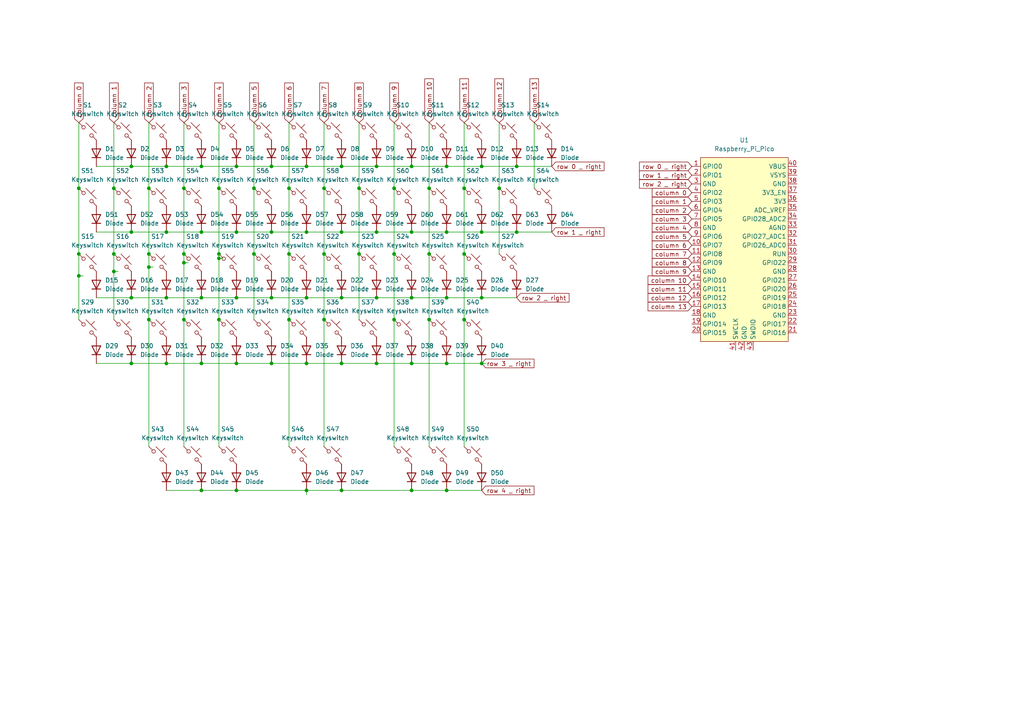
<source format=kicad_sch>
(kicad_sch (version 20231120) (generator "eeschema") (generator_version "8.0")
  (paper "A4")
  (lib_symbols
    (symbol "ScottoKeebs:MCU_Raspberry_Pi_Pico"
      (property "Reference" "U" (at 0 0 0))
      (property "Value" "Raspberry_Pi_Pico" (at 0 27.94 0))
      (symbol "MCU_Raspberry_Pi_Pico_1_1"
        (pin bidirectional line (at -15.24 24.13 0) (length 2.54) (name "GPIO0") (number "1"))
        (pin bidirectional line (at -15.24 1.27 0) (length 2.54) (name "GPIO7") (number "10"))
        (pin bidirectional line (at -15.24 -1.27 0) (length 2.54) (name "GPIO8") (number "11"))
        (pin bidirectional line (at -15.24 -3.81 0) (length 2.54) (name "GPIO9") (number "12"))
        (pin power_in line (at -15.24 -6.35 0) (length 2.54) (name "GND") (number "13"))
        (pin bidirectional line (at -15.24 -8.89 0) (length 2.54) (name "GPIO10") (number "14"))
        (pin bidirectional line (at -15.24 -11.43 0) (length 2.54) (name "GPIO11") (number "15"))
        (pin bidirectional line (at -15.24 -13.97 0) (length 2.54) (name "GPIO12") (number "16"))
        (pin bidirectional line (at -15.24 -16.51 0) (length 2.54) (name "GPIO13") (number "17"))
        (pin power_in line (at -15.24 -19.05 0) (length 2.54) (name "GND") (number "18"))
        (pin bidirectional line (at -15.24 -21.59 0) (length 2.54) (name "GPIO14") (number "19"))
        (pin bidirectional line (at -15.24 21.59 0) (length 2.54) (name "GPIO1") (number "2"))
        (pin bidirectional line (at -15.24 -24.13 0) (length 2.54) (name "GPIO15") (number "20"))
        (pin bidirectional line (at 15.24 -24.13 180) (length 2.54) (name "GPIO16") (number "21"))
        (pin bidirectional line (at 15.24 -21.59 180) (length 2.54) (name "GPIO17") (number "22"))
        (pin power_in line (at 15.24 -19.05 180) (length 2.54) (name "GND") (number "23"))
        (pin bidirectional line (at 15.24 -16.51 180) (length 2.54) (name "GPIO18") (number "24"))
        (pin bidirectional line (at 15.24 -13.97 180) (length 2.54) (name "GPIO19") (number "25"))
        (pin bidirectional line (at 15.24 -11.43 180) (length 2.54) (name "GPIO20") (number "26"))
        (pin bidirectional line (at 15.24 -8.89 180) (length 2.54) (name "GPIO21") (number "27"))
        (pin power_in line (at 15.24 -6.35 180) (length 2.54) (name "GND") (number "28"))
        (pin bidirectional line (at 15.24 -3.81 180) (length 2.54) (name "GPIO22") (number "29"))
        (pin power_in line (at -15.24 19.05 0) (length 2.54) (name "GND") (number "3"))
        (pin input line (at 15.24 -1.27 180) (length 2.54) (name "RUN") (number "30"))
        (pin bidirectional line (at 15.24 1.27 180) (length 2.54) (name "GPIO26_ADC0") (number "31"))
        (pin bidirectional line (at 15.24 3.81 180) (length 2.54) (name "GPIO27_ADC1") (number "32"))
        (pin power_in line (at 15.24 6.35 180) (length 2.54) (name "AGND") (number "33"))
        (pin bidirectional line (at 15.24 8.89 180) (length 2.54) (name "GPIO28_ADC2") (number "34"))
        (pin power_in line (at 15.24 11.43 180) (length 2.54) (name "ADC_VREF") (number "35"))
        (pin power_in line (at 15.24 13.97 180) (length 2.54) (name "3V3") (number "36"))
        (pin input line (at 15.24 16.51 180) (length 2.54) (name "3V3_EN") (number "37"))
        (pin bidirectional line (at 15.24 19.05 180) (length 2.54) (name "GND") (number "38"))
        (pin power_in line (at 15.24 21.59 180) (length 2.54) (name "VSYS") (number "39"))
        (pin bidirectional line (at -15.24 16.51 0) (length 2.54) (name "GPIO2") (number "4"))
        (pin power_in line (at 15.24 24.13 180) (length 2.54) (name "VBUS") (number "40"))
        (pin input line (at -2.54 -29.21 90) (length 2.54) (name "SWCLK") (number "41"))
        (pin power_in line (at 0 -29.21 90) (length 2.54) (name "GND") (number "42"))
        (pin bidirectional line (at 2.54 -29.21 90) (length 2.54) (name "SWDIO") (number "43"))
        (pin bidirectional line (at -15.24 13.97 0) (length 2.54) (name "GPIO3") (number "5"))
        (pin bidirectional line (at -15.24 11.43 0) (length 2.54) (name "GPIO4") (number "6"))
        (pin bidirectional line (at -15.24 8.89 0) (length 2.54) (name "GPIO5") (number "7"))
        (pin power_in line (at -15.24 6.35 0) (length 2.54) (name "GND") (number "8"))
        (pin bidirectional line (at -15.24 3.81 0) (length 2.54) (name "GPIO6") (number "9"))
      )
    )
    (symbol "ScottoKeebs:Placeholder_Diode" (pin_numbers hide) (pin_names hide)
      (property "Reference" "D" (at 0 2.54 0))
      (property "Value" "Diode" (at 0 -2.54 0))
      (symbol "Placeholder_Diode_1_1"
        (pin passive line (at -3.81 0 0) (length 2.54) (name "K") (number "1"))
        (pin passive line (at 3.81 0 180) (length 2.54) (name "A") (number "2"))
      )
    )
    (symbol "ScottoKeebs:Placeholder_Keyswitch" (pin_numbers hide) (pin_names (offset 1.016) hide)
      (property "Reference" "S" (at 3.048 1.016 0))
      (property "Value" "Keyswitch" (at 0 -3.81 0))
      (symbol "Placeholder_Keyswitch_0_1"
        (pin passive line (at -2.54 2.54 0) (length 0) (name "1") (number "1"))
        (pin passive line (at 2.54 -2.54 180) (length 0) (name "2") (number "2"))
      )
    )
  )
  (junction (at 38.1 105.41))
  (junction (at 139.7 67.31))
  (junction (at 88.9 142.24))
  (junction (at 88.9 48.26))
  (junction (at 78.74 48.26))
  (junction (at 58.42 105.41))
  (junction (at 114.3 92.71))
  (junction (at 119.38 105.41))
  (junction (at 93.98 92.71))
  (junction (at 129.54 105.41))
  (junction (at 83.82 92.71))
  (junction (at 119.38 142.24))
  (junction (at 33.02 73.66))
  (junction (at 68.58 86.36))
  (junction (at 129.54 48.26))
  (junction (at 99.06 142.24))
  (junction (at 114.3 73.66))
  (junction (at 134.62 54.61))
  (junction (at 43.18 77.47))
  (junction (at 83.82 73.66))
  (junction (at 78.74 105.41))
  (junction (at 104.14 73.66))
  (junction (at 124.46 92.71))
  (junction (at 119.38 86.36))
  (junction (at 22.86 73.66))
  (junction (at 68.58 67.31))
  (junction (at 129.54 142.24))
  (junction (at 134.62 73.66))
  (junction (at 68.58 48.26))
  (junction (at 48.26 48.26))
  (junction (at 43.18 92.71))
  (junction (at 43.18 73.66))
  (junction (at 99.06 86.36))
  (junction (at 53.34 92.71))
  (junction (at 83.82 54.61))
  (junction (at 58.42 67.31))
  (junction (at 68.58 105.41))
  (junction (at 88.9 67.31))
  (junction (at 109.22 86.36))
  (junction (at 104.14 54.61))
  (junction (at 48.26 86.36))
  (junction (at 48.26 105.41))
  (junction (at 124.46 73.66))
  (junction (at 33.02 54.61))
  (junction (at 38.1 67.31))
  (junction (at 22.86 54.61))
  (junction (at 53.34 76.2))
  (junction (at 119.38 48.26))
  (junction (at 63.5 92.71))
  (junction (at 139.7 86.36))
  (junction (at 38.1 48.26))
  (junction (at 99.06 67.31))
  (junction (at 149.86 48.26))
  (junction (at 129.54 86.36))
  (junction (at 99.06 48.26))
  (junction (at 109.22 105.41))
  (junction (at 88.9 105.41))
  (junction (at 43.18 54.61))
  (junction (at 53.34 54.61))
  (junction (at 114.3 54.61))
  (junction (at 63.5 54.61))
  (junction (at 144.78 54.61))
  (junction (at 119.38 67.31))
  (junction (at 88.9 86.36))
  (junction (at 53.34 73.66))
  (junction (at 48.26 67.31))
  (junction (at 109.22 67.31))
  (junction (at 139.7 48.26))
  (junction (at 73.66 54.61))
  (junction (at 33.02 78.74))
  (junction (at 58.42 48.26))
  (junction (at 93.98 73.66))
  (junction (at 38.1 86.36))
  (junction (at 109.22 48.26))
  (junction (at 78.74 86.36))
  (junction (at 63.5 74.93))
  (junction (at 68.58 142.24))
  (junction (at 149.86 67.31))
  (junction (at 22.86 80.01))
  (junction (at 58.42 142.24))
  (junction (at 63.5 73.66))
  (junction (at 73.66 73.66))
  (junction (at 134.62 92.71))
  (junction (at 99.06 105.41))
  (junction (at 139.7 105.41))
  (junction (at 93.98 54.61))
  (junction (at 129.54 67.31))
  (junction (at 78.74 67.31))
  (junction (at 124.46 54.61))
  (junction (at 58.42 86.36))
  (wire (pts (xy 58.42 67.31) (xy 68.58 67.31)))
  (wire (pts (xy 139.7 105.41) (xy 140.97 105.41)))
  (wire (pts (xy 119.38 67.31) (xy 129.54 67.31)))
  (wire (pts (xy 48.26 86.36) (xy 58.42 86.36)))
  (wire (pts (xy 27.94 48.26) (xy 38.1 48.26)))
  (wire (pts (xy 88.9 86.36) (xy 99.06 86.36)))
  (wire (pts (xy 33.02 35.56) (xy 33.02 54.61)))
  (wire (pts (xy 48.26 105.41) (xy 58.42 105.41)))
  (wire (pts (xy 53.34 73.66) (xy 53.34 76.2)))
  (wire (pts (xy 22.86 73.66) (xy 22.86 54.61)))
  (wire (pts (xy 139.7 48.26) (xy 149.86 48.26)))
  (wire (pts (xy 68.58 86.36) (xy 78.74 86.36)))
  (wire (pts (xy 63.5 74.93) (xy 63.5 92.71)))
  (wire (pts (xy 78.74 105.41) (xy 88.9 105.41)))
  (wire (pts (xy 109.22 48.26) (xy 119.38 48.26)))
  (wire (pts (xy 78.74 67.31) (xy 88.9 67.31)))
  (wire (pts (xy 58.42 48.26) (xy 68.58 48.26)))
  (wire (pts (xy 124.46 73.66) (xy 124.46 92.71)))
  (wire (pts (xy 53.34 92.71) (xy 53.34 129.54)))
  (wire (pts (xy 114.3 92.71) (xy 114.3 129.54)))
  (wire (pts (xy 68.58 67.31) (xy 78.74 67.31)))
  (wire (pts (xy 83.82 35.56) (xy 83.82 54.61)))
  (wire (pts (xy 88.9 142.24) (xy 99.06 142.24)))
  (wire (pts (xy 58.42 142.24) (xy 68.58 142.24)))
  (wire (pts (xy 88.9 105.41) (xy 99.06 105.41)))
  (wire (pts (xy 63.5 74.93) (xy 63.5 73.66)))
  (wire (pts (xy 33.02 78.74) (xy 33.02 73.66)))
  (wire (pts (xy 149.86 48.26) (xy 160.02 48.26)))
  (wire (pts (xy 64.77 74.93) (xy 63.5 74.93)))
  (wire (pts (xy 124.46 35.56) (xy 124.46 54.61)))
  (wire (pts (xy 43.18 77.47) (xy 43.18 92.71)))
  (wire (pts (xy 129.54 67.31) (xy 139.7 67.31)))
  (wire (pts (xy 43.18 35.56) (xy 43.18 54.61)))
  (wire (pts (xy 129.54 105.41) (xy 139.7 105.41)))
  (wire (pts (xy 124.46 54.61) (xy 124.46 73.66)))
  (wire (pts (xy 22.86 35.56) (xy 22.86 54.61)))
  (wire (pts (xy 99.06 142.24) (xy 119.38 142.24)))
  (wire (pts (xy 119.38 48.26) (xy 129.54 48.26)))
  (wire (pts (xy 68.58 48.26) (xy 78.74 48.26)))
  (wire (pts (xy 58.42 86.36) (xy 68.58 86.36)))
  (wire (pts (xy 88.9 142.24) (xy 88.9 143.51)))
  (wire (pts (xy 129.54 48.26) (xy 139.7 48.26)))
  (wire (pts (xy 109.22 86.36) (xy 119.38 86.36)))
  (wire (pts (xy 104.14 54.61) (xy 104.14 73.66)))
  (wire (pts (xy 48.26 67.31) (xy 58.42 67.31)))
  (wire (pts (xy 124.46 92.71) (xy 124.46 129.54)))
  (wire (pts (xy 144.78 54.61) (xy 144.78 73.66)))
  (wire (pts (xy 139.7 86.36) (xy 149.86 86.36)))
  (wire (pts (xy 63.5 73.66) (xy 63.5 54.61)))
  (wire (pts (xy 129.54 86.36) (xy 139.7 86.36)))
  (wire (pts (xy 83.82 54.61) (xy 83.82 73.66)))
  (wire (pts (xy 63.5 92.71) (xy 63.5 129.54)))
  (wire (pts (xy 119.38 142.24) (xy 129.54 142.24)))
  (wire (pts (xy 68.58 142.24) (xy 88.9 142.24)))
  (wire (pts (xy 24.13 80.01) (xy 22.86 80.01)))
  (wire (pts (xy 58.42 105.41) (xy 68.58 105.41)))
  (wire (pts (xy 99.06 105.41) (xy 109.22 105.41)))
  (wire (pts (xy 83.82 73.66) (xy 83.82 92.71)))
  (wire (pts (xy 114.3 73.66) (xy 114.3 92.71)))
  (wire (pts (xy 73.66 73.66) (xy 73.66 54.61)))
  (wire (pts (xy 63.5 35.56) (xy 63.5 54.61)))
  (wire (pts (xy 38.1 48.26) (xy 48.26 48.26)))
  (wire (pts (xy 53.34 35.56) (xy 53.34 54.61)))
  (wire (pts (xy 114.3 54.61) (xy 114.3 73.66)))
  (wire (pts (xy 99.06 48.26) (xy 109.22 48.26)))
  (wire (pts (xy 99.06 86.36) (xy 109.22 86.36)))
  (wire (pts (xy 134.62 73.66) (xy 134.62 92.71)))
  (wire (pts (xy 119.38 105.41) (xy 129.54 105.41)))
  (wire (pts (xy 144.78 35.56) (xy 144.78 54.61)))
  (wire (pts (xy 93.98 35.56) (xy 93.98 54.61)))
  (wire (pts (xy 99.06 67.31) (xy 109.22 67.31)))
  (wire (pts (xy 134.62 35.56) (xy 134.62 54.61)))
  (wire (pts (xy 109.22 67.31) (xy 119.38 67.31)))
  (wire (pts (xy 54.61 76.2) (xy 53.34 76.2)))
  (wire (pts (xy 119.38 86.36) (xy 129.54 86.36)))
  (wire (pts (xy 38.1 67.31) (xy 48.26 67.31)))
  (wire (pts (xy 154.94 35.56) (xy 154.94 54.61)))
  (wire (pts (xy 73.66 35.56) (xy 73.66 54.61)))
  (wire (pts (xy 78.74 86.36) (xy 88.9 86.36)))
  (wire (pts (xy 134.62 54.61) (xy 134.62 73.66)))
  (wire (pts (xy 139.7 67.31) (xy 149.86 67.31)))
  (wire (pts (xy 27.94 105.41) (xy 38.1 105.41)))
  (wire (pts (xy 53.34 73.66) (xy 53.34 54.61)))
  (wire (pts (xy 93.98 54.61) (xy 93.98 73.66)))
  (wire (pts (xy 38.1 105.41) (xy 48.26 105.41)))
  (wire (pts (xy 33.02 73.66) (xy 33.02 54.61)))
  (wire (pts (xy 129.54 142.24) (xy 139.7 142.24)))
  (wire (pts (xy 22.86 80.01) (xy 22.86 73.66)))
  (wire (pts (xy 93.98 92.71) (xy 93.98 129.54)))
  (wire (pts (xy 68.58 105.41) (xy 78.74 105.41)))
  (wire (pts (xy 109.22 105.41) (xy 119.38 105.41)))
  (wire (pts (xy 83.82 92.71) (xy 83.82 129.54)))
  (wire (pts (xy 33.02 78.74) (xy 33.02 92.71)))
  (wire (pts (xy 48.26 48.26) (xy 58.42 48.26)))
  (wire (pts (xy 33.02 78.74) (xy 34.29 78.74)))
  (wire (pts (xy 114.3 35.56) (xy 114.3 54.61)))
  (wire (pts (xy 22.86 80.01) (xy 22.86 92.71)))
  (wire (pts (xy 104.14 73.66) (xy 104.14 92.71)))
  (wire (pts (xy 43.18 77.47) (xy 43.18 73.66)))
  (wire (pts (xy 149.86 67.31) (xy 160.02 67.31)))
  (wire (pts (xy 134.62 92.71) (xy 134.62 129.54)))
  (wire (pts (xy 88.9 48.26) (xy 99.06 48.26)))
  (wire (pts (xy 78.74 48.26) (xy 88.9 48.26)))
  (wire (pts (xy 43.18 92.71) (xy 43.18 129.54)))
  (wire (pts (xy 104.14 35.56) (xy 104.14 54.61)))
  (wire (pts (xy 53.34 76.2) (xy 53.34 92.71)))
  (wire (pts (xy 73.66 73.66) (xy 73.66 92.71)))
  (wire (pts (xy 27.94 67.31) (xy 38.1 67.31)))
  (wire (pts (xy 43.18 77.47) (xy 44.45 77.47)))
  (wire (pts (xy 27.94 86.36) (xy 38.1 86.36)))
  (wire (pts (xy 43.18 73.66) (xy 43.18 54.61)))
  (wire (pts (xy 48.26 142.24) (xy 58.42 142.24)))
  (wire (pts (xy 38.1 86.36) (xy 48.26 86.36)))
  (wire (pts (xy 93.98 73.66) (xy 93.98 92.71)))
  (wire (pts (xy 88.9 67.31) (xy 99.06 67.31)))
  (global_label "column 9" (shape input) (at 200.66 78.74 180) (property "Intersheetrefs" "${INTERSHEET_REFS}" (effects (hide yes))))
  (global_label "column 8" (shape input) (at 200.66 76.2 180) (property "Intersheetrefs" "${INTERSHEET_REFS}" (effects (hide yes))))
  (global_label "column 10" (shape input) (at 124.46 35.56 90) (property "Intersheetrefs" "${INTERSHEET_REFS}" (effects (hide yes))))
  (global_label "row 1 _ right" (shape input) (at 200.66 50.8 180) (property "Intersheetrefs" "${INTERSHEET_REFS}" (effects (hide yes))))
  (global_label "column 1" (shape input) (at 200.66 58.42 180) (property "Intersheetrefs" "${INTERSHEET_REFS}" (effects (hide yes))))
  (global_label "column 7" (shape input) (at 93.98 35.56 90) (property "Intersheetrefs" "${INTERSHEET_REFS}" (effects (hide yes))))
  (global_label "row 2 _ right" (shape input) (at 149.86 86.36 0) (property "Intersheetrefs" "${INTERSHEET_REFS}" (effects (hide yes))))
  (global_label "column 3" (shape input) (at 53.34 35.56 90) (property "Intersheetrefs" "${INTERSHEET_REFS}" (effects (hide yes))))
  (global_label "row 0 _ right" (shape input) (at 200.66 48.26 180) (property "Intersheetrefs" "${INTERSHEET_REFS}" (effects (hide yes))))
  (global_label "column 4" (shape input) (at 200.66 66.04 180) (property "Intersheetrefs" "${INTERSHEET_REFS}" (effects (hide yes))))
  (global_label "column 4" (shape input) (at 63.5 35.56 90) (property "Intersheetrefs" "${INTERSHEET_REFS}" (effects (hide yes))))
  (global_label "column 5" (shape input) (at 73.66 35.56 90) (property "Intersheetrefs" "${INTERSHEET_REFS}" (effects (hide yes))))
  (global_label "column 12" (shape input) (at 200.66 86.36 180) (property "Intersheetrefs" "${INTERSHEET_REFS}" (effects (hide yes))))
  (global_label "row 4 _ right" (shape input) (at 139.7 142.24 0) (property "Intersheetrefs" "${INTERSHEET_REFS}" (effects (hide yes))))
  (global_label "column 0" (shape input) (at 200.66 55.88 180) (property "Intersheetrefs" "${INTERSHEET_REFS}" (effects (hide yes))))
  (global_label "column 5" (shape input) (at 200.66 68.58 180) (property "Intersheetrefs" "${INTERSHEET_REFS}" (effects (hide yes))))
  (global_label "column 13" (shape input) (at 154.94 35.56 90) (property "Intersheetrefs" "${INTERSHEET_REFS}" (effects (hide yes))))
  (global_label "column 6" (shape input) (at 83.82 35.56 90) (property "Intersheetrefs" "${INTERSHEET_REFS}" (effects (hide yes))))
  (global_label "column 2" (shape input) (at 200.66 60.96 180) (property "Intersheetrefs" "${INTERSHEET_REFS}" (effects (hide yes))))
  (global_label "row 1 _ right" (shape input) (at 160.02 67.31 0) (property "Intersheetrefs" "${INTERSHEET_REFS}" (effects (hide yes))))
  (global_label "column 11" (shape input) (at 200.66 83.82 180) (property "Intersheetrefs" "${INTERSHEET_REFS}" (effects (hide yes))))
  (global_label "column 8" (shape input) (at 104.14 35.56 90) (property "Intersheetrefs" "${INTERSHEET_REFS}" (effects (hide yes))))
  (global_label "column 6" (shape input) (at 200.66 71.12 180) (property "Intersheetrefs" "${INTERSHEET_REFS}" (effects (hide yes))))
  (global_label "column 2" (shape input) (at 43.18 35.56 90) (property "Intersheetrefs" "${INTERSHEET_REFS}" (effects (hide yes))))
  (global_label "row 2 _ right" (shape input) (at 200.66 53.34 180) (property "Intersheetrefs" "${INTERSHEET_REFS}" (effects (hide yes))))
  (global_label "column 9" (shape input) (at 114.3 35.56 90) (property "Intersheetrefs" "${INTERSHEET_REFS}" (effects (hide yes))))
  (global_label "column 3" (shape input) (at 200.66 63.5 180) (property "Intersheetrefs" "${INTERSHEET_REFS}" (effects (hide yes))))
  (global_label "column 12" (shape input) (at 144.78 35.56 90) (property "Intersheetrefs" "${INTERSHEET_REFS}" (effects (hide yes))))
  (global_label "column 7" (shape input) (at 200.66 73.66 180) (property "Intersheetrefs" "${INTERSHEET_REFS}" (effects (hide yes))))
  (global_label "column 1" (shape input) (at 33.02 35.56 90) (property "Intersheetrefs" "${INTERSHEET_REFS}" (effects (hide yes))))
  (global_label "row 0 _ right" (shape input) (at 160.02 48.26 0) (property "Intersheetrefs" "${INTERSHEET_REFS}" (effects (hide yes))))
  (global_label "column 0" (shape input) (at 22.86 35.56 90) (property "Intersheetrefs" "${INTERSHEET_REFS}" (effects (hide yes))))
  (global_label "column 10" (shape input) (at 200.66 81.28 180) (property "Intersheetrefs" "${INTERSHEET_REFS}" (effects (hide yes))))
  (global_label "row 3 _ right" (shape input) (at 139.7 105.41 0) (property "Intersheetrefs" "${INTERSHEET_REFS}" (effects (hide yes))))
  (global_label "column 11" (shape input) (at 134.62 35.56 90) (property "Intersheetrefs" "${INTERSHEET_REFS}" (effects (hide yes))))
  (global_label "column 13" (shape input) (at 200.66 88.9 180) (property "Intersheetrefs" "${INTERSHEET_REFS}" (effects (hide yes))))
  (symbol (lib_id "ScottoKeebs:Placeholder_Diode") (at 139.7 44.45 90) (unit 1)
    (property "Reference" "D12" (at 142.24 43.1799 90) (effects (justify right)))
    (property "Value" "Diode" (at 142.24 45.7199 90) (effects (justify right)))
    (property "Footprint" "ScottoKeebs_Components:Diode_DO-35" (effects (hide yes)))
    (property "Description" "1N4148 (DO-35) or 1N4148W (SOD-123)" (effects (hide yes)))
    (property "Sim.Device" "D" (effects (hide yes)))
    (property "Sim.Pins" "1=K 2=A" (effects (hide yes)))
  )
  (symbol (lib_id "ScottoKeebs:Placeholder_Diode") (at 68.58 44.45 90) (unit 1)
    (property "Reference" "D5" (at 71.12 43.1799 90) (effects (justify right)))
    (property "Value" "Diode" (at 71.12 45.7199 90) (effects (justify right)))
    (property "Footprint" "ScottoKeebs_Components:Diode_DO-35" (effects (hide yes)))
    (property "Description" "1N4148 (DO-35) or 1N4148W (SOD-123)" (effects (hide yes)))
    (property "Sim.Device" "D" (effects (hide yes)))
    (property "Sim.Pins" "1=K 2=A" (effects (hide yes)))
  )
  (symbol (lib_id "ScottoKeebs:Placeholder_Keyswitch") (at 45.72 95.25 0) (unit 1)
    (property "Reference" "S31" (at 45.72 87.63 0))
    (property "Value" "Keyswitch" (at 45.72 90.17 0))
    (property "Footprint" "ScottoKeebs_MX:MX_PCB_1.00u" (effects (hide yes)))
    (property "Description" "Push button switch, normally open, two pins, 45° tilted" (effects (hide yes)))
  )
  (symbol (lib_id "ScottoKeebs:Placeholder_Diode") (at 27.94 101.6 90) (unit 1)
    (property "Reference" "D29" (at 30.48 100.3299 90) (effects (justify right)))
    (property "Value" "Diode" (at 30.48 102.8699 90) (effects (justify right)))
    (property "Footprint" "ScottoKeebs_Components:Diode_DO-35" (effects (hide yes)))
    (property "Description" "1N4148 (DO-35) or 1N4148W (SOD-123)" (effects (hide yes)))
    (property "Sim.Device" "D" (effects (hide yes)))
    (property "Sim.Pins" "1=K 2=A" (effects (hide yes)))
  )
  (symbol (lib_id "ScottoKeebs:Placeholder_Keyswitch") (at 106.68 76.2 0) (unit 1)
    (property "Reference" "S23" (at 106.68 68.58 0))
    (property "Value" "Keyswitch" (at 106.68 71.12 0))
    (property "Footprint" "ScottoKeebs_MX:MX_PCB_1.00u" (effects (hide yes)))
    (property "Description" "Push button switch, normally open, two pins, 45° tilted" (effects (hide yes)))
  )
  (symbol (lib_id "ScottoKeebs:Placeholder_Diode") (at 149.86 82.55 90) (unit 1)
    (property "Reference" "D27" (at 152.4 81.2799 90) (effects (justify right)))
    (property "Value" "Diode" (at 152.4 83.8199 90) (effects (justify right)))
    (property "Footprint" "ScottoKeebs_Components:Diode_DO-35" (effects (hide yes)))
    (property "Description" "1N4148 (DO-35) or 1N4148W (SOD-123)" (effects (hide yes)))
    (property "Sim.Device" "D" (effects (hide yes)))
    (property "Sim.Pins" "1=K 2=A" (effects (hide yes)))
  )
  (symbol (lib_id "ScottoKeebs:Placeholder_Diode") (at 38.1 63.5 90) (unit 1)
    (property "Reference" "D52" (at 40.64 62.2299 90) (effects (justify right)))
    (property "Value" "Diode" (at 40.64 64.7699 90) (effects (justify right)))
    (property "Footprint" "ScottoKeebs_Components:Diode_DO-35" (effects (hide yes)))
    (property "Description" "1N4148 (DO-35) or 1N4148W (SOD-123)" (effects (hide yes)))
    (property "Sim.Device" "D" (effects (hide yes)))
    (property "Sim.Pins" "1=K 2=A" (effects (hide yes)))
  )
  (symbol (lib_id "ScottoKeebs:Placeholder_Keyswitch") (at 35.56 95.25 0) (unit 1)
    (property "Reference" "S30" (at 35.56 87.63 0))
    (property "Value" "Keyswitch" (at 35.56 90.17 0))
    (property "Footprint" "ScottoKeebs_MX:MX_PCB_1.00u" (effects (hide yes)))
    (property "Description" "Push button switch, normally open, two pins, 45° tilted" (effects (hide yes)))
  )
  (symbol (lib_id "ScottoKeebs:Placeholder_Diode") (at 139.7 63.5 90) (unit 1)
    (property "Reference" "D62" (at 142.24 62.2299 90) (effects (justify right)))
    (property "Value" "Diode" (at 142.24 64.7699 90) (effects (justify right)))
    (property "Footprint" "ScottoKeebs_Components:Diode_DO-35" (effects (hide yes)))
    (property "Description" "1N4148 (DO-35) or 1N4148W (SOD-123)" (effects (hide yes)))
    (property "Sim.Device" "D" (effects (hide yes)))
    (property "Sim.Pins" "1=K 2=A" (effects (hide yes)))
  )
  (symbol (lib_id "ScottoKeebs:Placeholder_Keyswitch") (at 127 57.15 0) (unit 1)
    (property "Reference" "S61" (at 127 49.53 0))
    (property "Value" "Keyswitch" (at 127 52.07 0))
    (property "Footprint" "ScottoKeebs_MX:MX_PCB_1.00u" (effects (hide yes)))
    (property "Description" "Push button switch, normally open, two pins, 45° tilted" (effects (hide yes)))
  )
  (symbol (lib_id "ScottoKeebs:Placeholder_Keyswitch") (at 76.2 38.1 0) (unit 1)
    (property "Reference" "S6" (at 76.2 30.48 0))
    (property "Value" "Keyswitch" (at 76.2 33.02 0))
    (property "Footprint" "ScottoKeebs_MX:MX_PCB_1.00u" (effects (hide yes)))
    (property "Description" "Push button switch, normally open, two pins, 45° tilted" (effects (hide yes)))
  )
  (symbol (lib_id "ScottoKeebs:Placeholder_Diode") (at 129.54 44.45 90) (unit 1)
    (property "Reference" "D11" (at 132.08 43.1799 90) (effects (justify right)))
    (property "Value" "Diode" (at 132.08 45.7199 90) (effects (justify right)))
    (property "Footprint" "ScottoKeebs_Components:Diode_DO-35" (effects (hide yes)))
    (property "Description" "1N4148 (DO-35) or 1N4148W (SOD-123)" (effects (hide yes)))
    (property "Sim.Device" "D" (effects (hide yes)))
    (property "Sim.Pins" "1=K 2=A" (effects (hide yes)))
  )
  (symbol (lib_id "ScottoKeebs:Placeholder_Keyswitch") (at 86.36 76.2 0) (unit 1)
    (property "Reference" "S21" (at 86.36 68.58 0))
    (property "Value" "Keyswitch" (at 86.36 71.12 0))
    (property "Footprint" "ScottoKeebs_MX:MX_PCB_1.00u" (effects (hide yes)))
    (property "Description" "Push button switch, normally open, two pins, 45° tilted" (effects (hide yes)))
  )
  (symbol (lib_id "ScottoKeebs:Placeholder_Diode") (at 160.02 44.45 90) (unit 1)
    (property "Reference" "D14" (at 162.56 43.1799 90) (effects (justify right)))
    (property "Value" "Diode" (at 162.56 45.7199 90) (effects (justify right)))
    (property "Footprint" "ScottoKeebs_Components:Diode_DO-35" (effects (hide yes)))
    (property "Description" "1N4148 (DO-35) or 1N4148W (SOD-123)" (effects (hide yes)))
    (property "Sim.Device" "D" (effects (hide yes)))
    (property "Sim.Pins" "1=K 2=A" (effects (hide yes)))
  )
  (symbol (lib_id "ScottoKeebs:Placeholder_Keyswitch") (at 66.04 132.08 0) (unit 1)
    (property "Reference" "S45" (at 66.04 124.46 0))
    (property "Value" "Keyswitch" (at 66.04 127 0))
    (property "Footprint" "ScottoKeebs_MX:MX_PCB_1.00u" (effects (hide yes)))
    (property "Description" "Push button switch, normally open, two pins, 45° tilted" (effects (hide yes)))
  )
  (symbol (lib_id "ScottoKeebs:Placeholder_Keyswitch") (at 157.48 57.15 0) (unit 1)
    (property "Reference" "S64" (at 157.48 49.53 0))
    (property "Value" "Keyswitch" (at 157.48 52.07 0))
    (property "Footprint" "ScottoKeebs_MX:MX_PCB_1.00u" (effects (hide yes)))
    (property "Description" "Push button switch, normally open, two pins, 45° tilted" (effects (hide yes)))
  )
  (symbol (lib_id "ScottoKeebs:Placeholder_Keyswitch") (at 55.88 38.1 0) (unit 1)
    (property "Reference" "S4" (at 55.88 30.48 0))
    (property "Value" "Keyswitch" (at 55.88 33.02 0))
    (property "Footprint" "ScottoKeebs_MX:MX_PCB_1.00u" (effects (hide yes)))
    (property "Description" "Push button switch, normally open, two pins, 45° tilted" (effects (hide yes)))
  )
  (symbol (lib_id "ScottoKeebs:Placeholder_Keyswitch") (at 86.36 38.1 0) (unit 1)
    (property "Reference" "S7" (at 86.36 30.48 0))
    (property "Value" "Keyswitch" (at 86.36 33.02 0))
    (property "Footprint" "ScottoKeebs_MX:MX_PCB_1.00u" (effects (hide yes)))
    (property "Description" "Push button switch, normally open, two pins, 45° tilted" (effects (hide yes)))
  )
  (symbol (lib_id "ScottoKeebs:Placeholder_Diode") (at 119.38 63.5 90) (unit 1)
    (property "Reference" "D60" (at 121.92 62.2299 90) (effects (justify right)))
    (property "Value" "Diode" (at 121.92 64.7699 90) (effects (justify right)))
    (property "Footprint" "ScottoKeebs_Components:Diode_DO-35" (effects (hide yes)))
    (property "Description" "1N4148 (DO-35) or 1N4148W (SOD-123)" (effects (hide yes)))
    (property "Sim.Device" "D" (effects (hide yes)))
    (property "Sim.Pins" "1=K 2=A" (effects (hide yes)))
  )
  (symbol (lib_id "ScottoKeebs:Placeholder_Diode") (at 38.1 82.55 90) (unit 1)
    (property "Reference" "D16" (at 40.64 81.2799 90) (effects (justify right)))
    (property "Value" "Diode" (at 40.64 83.8199 90) (effects (justify right)))
    (property "Footprint" "ScottoKeebs_Components:Diode_DO-35" (effects (hide yes)))
    (property "Description" "1N4148 (DO-35) or 1N4148W (SOD-123)" (effects (hide yes)))
    (property "Sim.Device" "D" (effects (hide yes)))
    (property "Sim.Pins" "1=K 2=A" (effects (hide yes)))
  )
  (symbol (lib_id "ScottoKeebs:Placeholder_Diode") (at 88.9 101.6 90) (unit 1)
    (property "Reference" "D35" (at 91.44 100.3299 90) (effects (justify right)))
    (property "Value" "Diode" (at 91.44 102.8699 90) (effects (justify right)))
    (property "Footprint" "ScottoKeebs_Components:Diode_DO-35" (effects (hide yes)))
    (property "Description" "1N4148 (DO-35) or 1N4148W (SOD-123)" (effects (hide yes)))
    (property "Sim.Device" "D" (effects (hide yes)))
    (property "Sim.Pins" "1=K 2=A" (effects (hide yes)))
  )
  (symbol (lib_id "ScottoKeebs:Placeholder_Diode") (at 68.58 63.5 90) (unit 1)
    (property "Reference" "D55" (at 71.12 62.2299 90) (effects (justify right)))
    (property "Value" "Diode" (at 71.12 64.7699 90) (effects (justify right)))
    (property "Footprint" "ScottoKeebs_Components:Diode_DO-35" (effects (hide yes)))
    (property "Description" "1N4148 (DO-35) or 1N4148W (SOD-123)" (effects (hide yes)))
    (property "Sim.Device" "D" (effects (hide yes)))
    (property "Sim.Pins" "1=K 2=A" (effects (hide yes)))
  )
  (symbol (lib_id "ScottoKeebs:Placeholder_Diode") (at 119.38 101.6 90) (unit 1)
    (property "Reference" "D38" (at 121.92 100.3299 90) (effects (justify right)))
    (property "Value" "Diode" (at 121.92 102.8699 90) (effects (justify right)))
    (property "Footprint" "ScottoKeebs_Components:Diode_DO-35" (effects (hide yes)))
    (property "Description" "1N4148 (DO-35) or 1N4148W (SOD-123)" (effects (hide yes)))
    (property "Sim.Device" "D" (effects (hide yes)))
    (property "Sim.Pins" "1=K 2=A" (effects (hide yes)))
  )
  (symbol (lib_id "ScottoKeebs:Placeholder_Keyswitch") (at 157.48 38.1 0) (unit 1)
    (property "Reference" "S14" (at 157.48 30.48 0))
    (property "Value" "Keyswitch" (at 157.48 33.02 0))
    (property "Footprint" "ScottoKeebs_MX:MX_PCB_1.00u" (effects (hide yes)))
    (property "Description" "Push button switch, normally open, two pins, 45° tilted" (effects (hide yes)))
  )
  (symbol (lib_id "ScottoKeebs:Placeholder_Diode") (at 48.26 63.5 90) (unit 1)
    (property "Reference" "D53" (at 50.8 62.2299 90) (effects (justify right)))
    (property "Value" "Diode" (at 50.8 64.7699 90) (effects (justify right)))
    (property "Footprint" "ScottoKeebs_Components:Diode_DO-35" (effects (hide yes)))
    (property "Description" "1N4148 (DO-35) or 1N4148W (SOD-123)" (effects (hide yes)))
    (property "Sim.Device" "D" (effects (hide yes)))
    (property "Sim.Pins" "1=K 2=A" (effects (hide yes)))
  )
  (symbol (lib_id "ScottoKeebs:Placeholder_Diode") (at 139.7 82.55 90) (unit 1)
    (property "Reference" "D26" (at 142.24 81.2799 90) (effects (justify right)))
    (property "Value" "Diode" (at 142.24 83.8199 90) (effects (justify right)))
    (property "Footprint" "ScottoKeebs_Components:Diode_DO-35" (effects (hide yes)))
    (property "Description" "1N4148 (DO-35) or 1N4148W (SOD-123)" (effects (hide yes)))
    (property "Sim.Device" "D" (effects (hide yes)))
    (property "Sim.Pins" "1=K 2=A" (effects (hide yes)))
  )
  (symbol (lib_id "ScottoKeebs:Placeholder_Diode") (at 58.42 82.55 90) (unit 1)
    (property "Reference" "D18" (at 60.96 81.2799 90) (effects (justify right)))
    (property "Value" "Diode" (at 60.96 83.8199 90) (effects (justify right)))
    (property "Footprint" "ScottoKeebs_Components:Diode_DO-35" (effects (hide yes)))
    (property "Description" "1N4148 (DO-35) or 1N4148W (SOD-123)" (effects (hide yes)))
    (property "Sim.Device" "D" (effects (hide yes)))
    (property "Sim.Pins" "1=K 2=A" (effects (hide yes)))
  )
  (symbol (lib_id "ScottoKeebs:Placeholder_Diode") (at 58.42 101.6 90) (unit 1)
    (property "Reference" "D32" (at 60.96 100.3299 90) (effects (justify right)))
    (property "Value" "Diode" (at 60.96 102.8699 90) (effects (justify right)))
    (property "Footprint" "ScottoKeebs_Components:Diode_DO-35" (effects (hide yes)))
    (property "Description" "1N4148 (DO-35) or 1N4148W (SOD-123)" (effects (hide yes)))
    (property "Sim.Device" "D" (effects (hide yes)))
    (property "Sim.Pins" "1=K 2=A" (effects (hide yes)))
  )
  (symbol (lib_id "ScottoKeebs:Placeholder_Diode") (at 78.74 44.45 90) (unit 1)
    (property "Reference" "D6" (at 81.28 43.1799 90) (effects (justify right)))
    (property "Value" "Diode" (at 81.28 45.7199 90) (effects (justify right)))
    (property "Footprint" "ScottoKeebs_Components:Diode_DO-35" (effects (hide yes)))
    (property "Description" "1N4148 (DO-35) or 1N4148W (SOD-123)" (effects (hide yes)))
    (property "Sim.Device" "D" (effects (hide yes)))
    (property "Sim.Pins" "1=K 2=A" (effects (hide yes)))
  )
  (symbol (lib_id "ScottoKeebs:Placeholder_Diode") (at 109.22 63.5 90) (unit 1)
    (property "Reference" "D59" (at 111.76 62.2299 90) (effects (justify right)))
    (property "Value" "Diode" (at 111.76 64.7699 90) (effects (justify right)))
    (property "Footprint" "ScottoKeebs_Components:Diode_DO-35" (effects (hide yes)))
    (property "Description" "1N4148 (DO-35) or 1N4148W (SOD-123)" (effects (hide yes)))
    (property "Sim.Device" "D" (effects (hide yes)))
    (property "Sim.Pins" "1=K 2=A" (effects (hide yes)))
  )
  (symbol (lib_id "ScottoKeebs:Placeholder_Diode") (at 58.42 44.45 90) (unit 1)
    (property "Reference" "D4" (at 60.96 43.1799 90) (effects (justify right)))
    (property "Value" "Diode" (at 60.96 45.7199 90) (effects (justify right)))
    (property "Footprint" "ScottoKeebs_Components:Diode_DO-35" (effects (hide yes)))
    (property "Description" "1N4148 (DO-35) or 1N4148W (SOD-123)" (effects (hide yes)))
    (property "Sim.Device" "D" (effects (hide yes)))
    (property "Sim.Pins" "1=K 2=A" (effects (hide yes)))
  )
  (symbol (lib_id "ScottoKeebs:Placeholder_Keyswitch") (at 76.2 95.25 0) (unit 1)
    (property "Reference" "S34" (at 76.2 87.63 0))
    (property "Value" "Keyswitch" (at 76.2 90.17 0))
    (property "Footprint" "ScottoKeebs_MX:MX_PCB_1.00u" (effects (hide yes)))
    (property "Description" "Push button switch, normally open, two pins, 45° tilted" (effects (hide yes)))
  )
  (symbol (lib_id "ScottoKeebs:Placeholder_Keyswitch") (at 106.68 38.1 0) (unit 1)
    (property "Reference" "S9" (at 106.68 30.48 0))
    (property "Value" "Keyswitch" (at 106.68 33.02 0))
    (property "Footprint" "ScottoKeebs_MX:MX_PCB_1.00u" (effects (hide yes)))
    (property "Description" "Push button switch, normally open, two pins, 45° tilted" (effects (hide yes)))
  )
  (symbol (lib_id "ScottoKeebs:MCU_Raspberry_Pi_Pico") (at 215.9 72.39 0) (unit 1)
    (property "Reference" "U1" (at 215.9 40.64 0))
    (property "Value" "Raspberry_Pi_Pico" (at 215.9 43.18 0))
    (property "Footprint" "ScottoKeebs_MCU:Raspberry_Pi_Pico" (effects (hide yes)))
  )
  (symbol (lib_id "ScottoKeebs:Placeholder_Diode") (at 149.86 44.45 90) (unit 1)
    (property "Reference" "D13" (at 152.4 43.1799 90) (effects (justify right)))
    (property "Value" "Diode" (at 152.4 45.7199 90) (effects (justify right)))
    (property "Footprint" "ScottoKeebs_Components:Diode_DO-35" (effects (hide yes)))
    (property "Description" "1N4148 (DO-35) or 1N4148W (SOD-123)" (effects (hide yes)))
    (property "Sim.Device" "D" (effects (hide yes)))
    (property "Sim.Pins" "1=K 2=A" (effects (hide yes)))
  )
  (symbol (lib_id "ScottoKeebs:Placeholder_Diode") (at 58.42 63.5 90) (unit 1)
    (property "Reference" "D54" (at 60.96 62.2299 90) (effects (justify right)))
    (property "Value" "Diode" (at 60.96 64.7699 90) (effects (justify right)))
    (property "Footprint" "ScottoKeebs_Components:Diode_DO-35" (effects (hide yes)))
    (property "Description" "1N4148 (DO-35) or 1N4148W (SOD-123)" (effects (hide yes)))
    (property "Sim.Device" "D" (effects (hide yes)))
    (property "Sim.Pins" "1=K 2=A" (effects (hide yes)))
  )
  (symbol (lib_id "ScottoKeebs:Placeholder_Diode") (at 139.7 101.6 90) (unit 1)
    (property "Reference" "D40" (at 142.24 100.3299 90) (effects (justify right)))
    (property "Value" "Diode" (at 142.24 102.8699 90) (effects (justify right)))
    (property "Footprint" "ScottoKeebs_Components:Diode_DO-35" (effects (hide yes)))
    (property "Description" "1N4148 (DO-35) or 1N4148W (SOD-123)" (effects (hide yes)))
    (property "Sim.Device" "D" (effects (hide yes)))
    (property "Sim.Pins" "1=K 2=A" (effects (hide yes)))
  )
  (symbol (lib_id "ScottoKeebs:Placeholder_Keyswitch") (at 66.04 76.2 0) (unit 1)
    (property "Reference" "S19" (at 66.04 68.58 0))
    (property "Value" "Keyswitch" (at 66.04 71.12 0))
    (property "Footprint" "ScottoKeebs_MX:MX_PCB_1.00u" (effects (hide yes)))
    (property "Description" "Push button switch, normally open, two pins, 45° tilted" (effects (hide yes)))
  )
  (symbol (lib_id "ScottoKeebs:Placeholder_Keyswitch") (at 96.52 76.2 0) (unit 1)
    (property "Reference" "S22" (at 96.52 68.58 0))
    (property "Value" "Keyswitch" (at 96.52 71.12 0))
    (property "Footprint" "ScottoKeebs_MX:MX_PCB_1.00u" (effects (hide yes)))
    (property "Description" "Push button switch, normally open, two pins, 45° tilted" (effects (hide yes)))
  )
  (symbol (lib_id "ScottoKeebs:Placeholder_Keyswitch") (at 96.52 132.08 0) (unit 1)
    (property "Reference" "S47" (at 96.52 124.46 0))
    (property "Value" "Keyswitch" (at 96.52 127 0))
    (property "Footprint" "ScottoKeebs_MX:MX_PCB_1.00u" (effects (hide yes)))
    (property "Description" "Push button switch, normally open, two pins, 45° tilted" (effects (hide yes)))
  )
  (symbol (lib_id "ScottoKeebs:Placeholder_Keyswitch") (at 147.32 38.1 0) (unit 1)
    (property "Reference" "S13" (at 147.32 30.48 0))
    (property "Value" "Keyswitch" (at 147.32 33.02 0))
    (property "Footprint" "ScottoKeebs_MX:MX_PCB_1.00u" (effects (hide yes)))
    (property "Description" "Push button switch, normally open, two pins, 45° tilted" (effects (hide yes)))
  )
  (symbol (lib_id "ScottoKeebs:Placeholder_Keyswitch") (at 86.36 132.08 0) (unit 1)
    (property "Reference" "S46" (at 86.36 124.46 0))
    (property "Value" "Keyswitch" (at 86.36 127 0))
    (property "Footprint" "ScottoKeebs_MX:MX_PCB_1.00u" (effects (hide yes)))
    (property "Description" "Push button switch, normally open, two pins, 45° tilted" (effects (hide yes)))
  )
  (symbol (lib_id "ScottoKeebs:Placeholder_Keyswitch") (at 45.72 132.08 0) (unit 1)
    (property "Reference" "S43" (at 45.72 124.46 0))
    (property "Value" "Keyswitch" (at 45.72 127 0))
    (property "Footprint" "ScottoKeebs_MX:MX_PCB_1.00u" (effects (hide yes)))
    (property "Description" "Push button switch, normally open, two pins, 45° tilted" (effects (hide yes)))
  )
  (symbol (lib_id "ScottoKeebs:Placeholder_Diode") (at 88.9 82.55 90) (unit 1)
    (property "Reference" "D21" (at 91.44 81.2799 90) (effects (justify right)))
    (property "Value" "Diode" (at 91.44 83.8199 90) (effects (justify right)))
    (property "Footprint" "ScottoKeebs_Components:Diode_DO-35" (effects (hide yes)))
    (property "Description" "1N4148 (DO-35) or 1N4148W (SOD-123)" (effects (hide yes)))
    (property "Sim.Device" "D" (effects (hide yes)))
    (property "Sim.Pins" "1=K 2=A" (effects (hide yes)))
  )
  (symbol (lib_id "ScottoKeebs:Placeholder_Diode") (at 48.26 44.45 90) (unit 1)
    (property "Reference" "D3" (at 50.8 43.1799 90) (effects (justify right)))
    (property "Value" "Diode" (at 50.8 45.7199 90) (effects (justify right)))
    (property "Footprint" "ScottoKeebs_Components:Diode_DO-35" (effects (hide yes)))
    (property "Description" "1N4148 (DO-35) or 1N4148W (SOD-123)" (effects (hide yes)))
    (property "Sim.Device" "D" (effects (hide yes)))
    (property "Sim.Pins" "1=K 2=A" (effects (hide yes)))
  )
  (symbol (lib_id "ScottoKeebs:Placeholder_Keyswitch") (at 116.84 95.25 0) (unit 1)
    (property "Reference" "S38" (at 116.84 87.63 0))
    (property "Value" "Keyswitch" (at 116.84 90.17 0))
    (property "Footprint" "ScottoKeebs_MX:MX_PCB_1.00u" (effects (hide yes)))
    (property "Description" "Push button switch, normally open, two pins, 45° tilted" (effects (hide yes)))
  )
  (symbol (lib_id "ScottoKeebs:Placeholder_Diode") (at 129.54 63.5 90) (unit 1)
    (property "Reference" "D61" (at 132.08 62.2299 90) (effects (justify right)))
    (property "Value" "Diode" (at 132.08 64.7699 90) (effects (justify right)))
    (property "Footprint" "ScottoKeebs_Components:Diode_DO-35" (effects (hide yes)))
    (property "Description" "1N4148 (DO-35) or 1N4148W (SOD-123)" (effects (hide yes)))
    (property "Sim.Device" "D" (effects (hide yes)))
    (property "Sim.Pins" "1=K 2=A" (effects (hide yes)))
  )
  (symbol (lib_id "ScottoKeebs:Placeholder_Keyswitch") (at 137.16 38.1 0) (unit 1)
    (property "Reference" "S12" (at 137.16 30.48 0))
    (property "Value" "Keyswitch" (at 137.16 33.02 0))
    (property "Footprint" "ScottoKeebs_MX:MX_PCB_1.00u" (effects (hide yes)))
    (property "Description" "Push button switch, normally open, two pins, 45° tilted" (effects (hide yes)))
  )
  (symbol (lib_id "ScottoKeebs:Placeholder_Keyswitch") (at 35.56 76.2 0) (unit 1)
    (property "Reference" "S16" (at 35.56 68.58 0))
    (property "Value" "Keyswitch" (at 35.56 71.12 0))
    (property "Footprint" "ScottoKeebs_MX:MX_PCB_1.00u" (effects (hide yes)))
    (property "Description" "Push button switch, normally open, two pins, 45° tilted" (effects (hide yes)))
  )
  (symbol (lib_id "ScottoKeebs:Placeholder_Keyswitch") (at 127 132.08 0) (unit 1)
    (property "Reference" "S49" (at 127 124.46 0))
    (property "Value" "Keyswitch" (at 127 127 0))
    (property "Footprint" "ScottoKeebs_MX:MX_PCB_1.00u" (effects (hide yes)))
    (property "Description" "Push button switch, normally open, two pins, 45° tilted" (effects (hide yes)))
  )
  (symbol (lib_id "ScottoKeebs:Placeholder_Keyswitch") (at 86.36 95.25 0) (unit 1)
    (property "Reference" "S35" (at 86.36 87.63 0))
    (property "Value" "Keyswitch" (at 86.36 90.17 0))
    (property "Footprint" "ScottoKeebs_MX:MX_PCB_1.00u" (effects (hide yes)))
    (property "Description" "Push button switch, normally open, two pins, 45° tilted" (effects (hide yes)))
  )
  (symbol (lib_id "ScottoKeebs:Placeholder_Keyswitch") (at 127 38.1 0) (unit 1)
    (property "Reference" "S11" (at 127 30.48 0))
    (property "Value" "Keyswitch" (at 127 33.02 0))
    (property "Footprint" "ScottoKeebs_MX:MX_PCB_1.00u" (effects (hide yes)))
    (property "Description" "Push button switch, normally open, two pins, 45° tilted" (effects (hide yes)))
  )
  (symbol (lib_id "ScottoKeebs:Placeholder_Keyswitch") (at 137.16 57.15 0) (unit 1)
    (property "Reference" "S62" (at 137.16 49.53 0))
    (property "Value" "Keyswitch" (at 137.16 52.07 0))
    (property "Footprint" "ScottoKeebs_MX:MX_PCB_1.00u" (effects (hide yes)))
    (property "Description" "Push button switch, normally open, two pins, 45° tilted" (effects (hide yes)))
  )
  (symbol (lib_id "ScottoKeebs:Placeholder_Keyswitch") (at 76.2 76.2 0) (unit 1)
    (property "Reference" "S20" (at 76.2 68.58 0))
    (property "Value" "Keyswitch" (at 76.2 71.12 0))
    (property "Footprint" "ScottoKeebs_MX:MX_PCB_1.00u" (effects (hide yes)))
    (property "Description" "Push button switch, normally open, two pins, 45° tilted" (effects (hide yes)))
  )
  (symbol (lib_id "ScottoKeebs:Placeholder_Keyswitch") (at 147.32 76.2 0) (unit 1)
    (property "Reference" "S27" (at 147.32 68.58 0))
    (property "Value" "Keyswitch" (at 147.32 71.12 0))
    (property "Footprint" "ScottoKeebs_MX:MX_PCB_1.00u" (effects (hide yes)))
    (property "Description" "Push button switch, normally open, two pins, 45° tilted" (effects (hide yes)))
  )
  (symbol (lib_id "ScottoKeebs:Placeholder_Keyswitch") (at 76.2 57.15 0) (unit 1)
    (property "Reference" "S56" (at 76.2 49.53 0))
    (property "Value" "Keyswitch" (at 76.2 52.07 0))
    (property "Footprint" "ScottoKeebs_MX:MX_PCB_1.00u" (effects (hide yes)))
    (property "Description" "Push button switch, normally open, two pins, 45° tilted" (effects (hide yes)))
  )
  (symbol (lib_id "ScottoKeebs:Placeholder_Keyswitch") (at 45.72 38.1 0) (unit 1)
    (property "Reference" "S3" (at 45.72 30.48 0))
    (property "Value" "Keyswitch" (at 45.72 33.02 0))
    (property "Footprint" "ScottoKeebs_MX:MX_PCB_1.00u" (effects (hide yes)))
    (property "Description" "Push button switch, normally open, two pins, 45° tilted" (effects (hide yes)))
  )
  (symbol (lib_id "ScottoKeebs:Placeholder_Diode") (at 99.06 44.45 90) (unit 1)
    (property "Reference" "D8" (at 101.6 43.1799 90) (effects (justify right)))
    (property "Value" "Diode" (at 101.6 45.7199 90) (effects (justify right)))
    (property "Footprint" "ScottoKeebs_Components:Diode_DO-35" (effects (hide yes)))
    (property "Description" "1N4148 (DO-35) or 1N4148W (SOD-123)" (effects (hide yes)))
    (property "Sim.Device" "D" (effects (hide yes)))
    (property "Sim.Pins" "1=K 2=A" (effects (hide yes)))
  )
  (symbol (lib_id "ScottoKeebs:Placeholder_Diode") (at 38.1 101.6 90) (unit 1)
    (property "Reference" "D30" (at 40.64 100.3299 90) (effects (justify right)))
    (property "Value" "Diode" (at 40.64 102.8699 90) (effects (justify right)))
    (property "Footprint" "ScottoKeebs_Components:Diode_DO-35" (effects (hide yes)))
    (property "Description" "1N4148 (DO-35) or 1N4148W (SOD-123)" (effects (hide yes)))
    (property "Sim.Device" "D" (effects (hide yes)))
    (property "Sim.Pins" "1=K 2=A" (effects (hide yes)))
  )
  (symbol (lib_id "ScottoKeebs:Placeholder_Diode") (at 160.02 63.5 90) (unit 1)
    (property "Reference" "D64" (at 162.56 62.2299 90) (effects (justify right)))
    (property "Value" "Diode" (at 162.56 64.7699 90) (effects (justify right)))
    (property "Footprint" "ScottoKeebs_Components:Diode_DO-35" (effects (hide yes)))
    (property "Description" "1N4148 (DO-35) or 1N4148W (SOD-123)" (effects (hide yes)))
    (property "Sim.Device" "D" (effects (hide yes)))
    (property "Sim.Pins" "1=K 2=A" (effects (hide yes)))
  )
  (symbol (lib_id "ScottoKeebs:Placeholder_Keyswitch") (at 116.84 57.15 0) (unit 1)
    (property "Reference" "S60" (at 116.84 49.53 0))
    (property "Value" "Keyswitch" (at 116.84 52.07 0))
    (property "Footprint" "ScottoKeebs_MX:MX_PCB_1.00u" (effects (hide yes)))
    (property "Description" "Push button switch, normally open, two pins, 45° tilted" (effects (hide yes)))
  )
  (symbol (lib_id "ScottoKeebs:Placeholder_Diode") (at 99.06 101.6 90) (unit 1)
    (property "Reference" "D36" (at 101.6 100.3299 90) (effects (justify right)))
    (property "Value" "Diode" (at 101.6 102.8699 90) (effects (justify right)))
    (property "Footprint" "ScottoKeebs_Components:Diode_DO-35" (effects (hide yes)))
    (property "Description" "1N4148 (DO-35) or 1N4148W (SOD-123)" (effects (hide yes)))
    (property "Sim.Device" "D" (effects (hide yes)))
    (property "Sim.Pins" "1=K 2=A" (effects (hide yes)))
  )
  (symbol (lib_id "ScottoKeebs:Placeholder_Diode") (at 88.9 63.5 90) (unit 1)
    (property "Reference" "D57" (at 91.44 62.2299 90) (effects (justify right)))
    (property "Value" "Diode" (at 91.44 64.7699 90) (effects (justify right)))
    (property "Footprint" "ScottoKeebs_Components:Diode_DO-35" (effects (hide yes)))
    (property "Description" "1N4148 (DO-35) or 1N4148W (SOD-123)" (effects (hide yes)))
    (property "Sim.Device" "D" (effects (hide yes)))
    (property "Sim.Pins" "1=K 2=A" (effects (hide yes)))
  )
  (symbol (lib_id "ScottoKeebs:Placeholder_Keyswitch") (at 66.04 95.25 0) (unit 1)
    (property "Reference" "S33" (at 66.04 87.63 0))
    (property "Value" "Keyswitch" (at 66.04 90.17 0))
    (property "Footprint" "ScottoKeebs_MX:MX_PCB_1.00u" (effects (hide yes)))
    (property "Description" "Push button switch, normally open, two pins, 45° tilted" (effects (hide yes)))
  )
  (symbol (lib_id "ScottoKeebs:Placeholder_Diode") (at 88.9 138.43 90) (unit 1)
    (property "Reference" "D46" (at 91.44 137.1599 90) (effects (justify right)))
    (property "Value" "Diode" (at 91.44 139.6999 90) (effects (justify right)))
    (property "Footprint" "ScottoKeebs_Components:Diode_DO-35" (effects (hide yes)))
    (property "Description" "1N4148 (DO-35) or 1N4148W (SOD-123)" (effects (hide yes)))
    (property "Sim.Device" "D" (effects (hide yes)))
    (property "Sim.Pins" "1=K 2=A" (effects (hide yes)))
  )
  (symbol (lib_id "ScottoKeebs:Placeholder_Keyswitch") (at 55.88 76.2 0) (unit 1)
    (property "Reference" "S18" (at 55.88 68.58 0))
    (property "Value" "Keyswitch" (at 55.88 71.12 0))
    (property "Footprint" "ScottoKeebs_MX:MX_PCB_1.00u" (effects (hide yes)))
    (property "Description" "Push button switch, normally open, two pins, 45° tilted" (effects (hide yes)))
  )
  (symbol (lib_id "ScottoKeebs:Placeholder_Keyswitch") (at 106.68 95.25 0) (unit 1)
    (property "Reference" "S37" (at 106.68 87.63 0))
    (property "Value" "Keyswitch" (at 106.68 90.17 0))
    (property "Footprint" "ScottoKeebs_MX:MX_PCB_1.00u" (effects (hide yes)))
    (property "Description" "Push button switch, normally open, two pins, 45° tilted" (effects (hide yes)))
  )
  (symbol (lib_id "ScottoKeebs:Placeholder_Keyswitch") (at 137.16 76.2 0) (unit 1)
    (property "Reference" "S26" (at 137.16 68.58 0))
    (property "Value" "Keyswitch" (at 137.16 71.12 0))
    (property "Footprint" "ScottoKeebs_MX:MX_PCB_1.00u" (effects (hide yes)))
    (property "Description" "Push button switch, normally open, two pins, 45° tilted" (effects (hide yes)))
  )
  (symbol (lib_id "ScottoKeebs:Placeholder_Keyswitch") (at 116.84 76.2 0) (unit 1)
    (property "Reference" "S24" (at 116.84 68.58 0))
    (property "Value" "Keyswitch" (at 116.84 71.12 0))
    (property "Footprint" "ScottoKeebs_MX:MX_PCB_1.00u" (effects (hide yes)))
    (property "Description" "Push button switch, normally open, two pins, 45° tilted" (effects (hide yes)))
  )
  (symbol (lib_id "ScottoKeebs:Placeholder_Diode") (at 109.22 82.55 90) (unit 1)
    (property "Reference" "D23" (at 111.76 81.2799 90) (effects (justify right)))
    (property "Value" "Diode" (at 111.76 83.8199 90) (effects (justify right)))
    (property "Footprint" "ScottoKeebs_Components:Diode_DO-35" (effects (hide yes)))
    (property "Description" "1N4148 (DO-35) or 1N4148W (SOD-123)" (effects (hide yes)))
    (property "Sim.Device" "D" (effects (hide yes)))
    (property "Sim.Pins" "1=K 2=A" (effects (hide yes)))
  )
  (symbol (lib_id "ScottoKeebs:Placeholder_Keyswitch") (at 86.36 57.15 0) (unit 1)
    (property "Reference" "S57" (at 86.36 49.53 0))
    (property "Value" "Keyswitch" (at 86.36 52.07 0))
    (property "Footprint" "ScottoKeebs_MX:MX_PCB_1.00u" (effects (hide yes)))
    (property "Description" "Push button switch, normally open, two pins, 45° tilted" (effects (hide yes)))
  )
  (symbol (lib_id "ScottoKeebs:Placeholder_Keyswitch") (at 96.52 38.1 0) (unit 1)
    (property "Reference" "S8" (at 96.52 30.48 0))
    (property "Value" "Keyswitch" (at 96.52 33.02 0))
    (property "Footprint" "ScottoKeebs_MX:MX_PCB_1.00u" (effects (hide yes)))
    (property "Description" "Push button switch, normally open, two pins, 45° tilted" (effects (hide yes)))
  )
  (symbol (lib_id "ScottoKeebs:Placeholder_Keyswitch") (at 45.72 76.2 0) (unit 1)
    (property "Reference" "S17" (at 45.72 68.58 0))
    (property "Value" "Keyswitch" (at 45.72 71.12 0))
    (property "Footprint" "ScottoKeebs_MX:MX_PCB_1.00u" (effects (hide yes)))
    (property "Description" "Push button switch, normally open, two pins, 45° tilted" (effects (hide yes)))
  )
  (symbol (lib_id "ScottoKeebs:Placeholder_Diode") (at 88.9 44.45 90) (unit 1)
    (property "Reference" "D7" (at 91.44 43.1799 90) (effects (justify right)))
    (property "Value" "Diode" (at 91.44 45.7199 90) (effects (justify right)))
    (property "Footprint" "ScottoKeebs_Components:Diode_DO-35" (effects (hide yes)))
    (property "Description" "1N4148 (DO-35) or 1N4148W (SOD-123)" (effects (hide yes)))
    (property "Sim.Device" "D" (effects (hide yes)))
    (property "Sim.Pins" "1=K 2=A" (effects (hide yes)))
  )
  (symbol (lib_id "ScottoKeebs:Placeholder_Diode") (at 27.94 44.45 90) (unit 1)
    (property "Reference" "D1" (at 30.48 43.1799 90) (effects (justify right)))
    (property "Value" "Diode" (at 30.48 45.7199 90) (effects (justify right)))
    (property "Footprint" "ScottoKeebs_Components:Diode_DO-35" (effects (hide yes)))
    (property "Description" "1N4148 (DO-35) or 1N4148W (SOD-123)" (effects (hide yes)))
    (property "Sim.Device" "D" (effects (hide yes)))
    (property "Sim.Pins" "1=K 2=A" (effects (hide yes)))
  )
  (symbol (lib_id "ScottoKeebs:Placeholder_Keyswitch") (at 96.52 95.25 0) (unit 1)
    (property "Reference" "S36" (at 96.52 87.63 0))
    (property "Value" "Keyswitch" (at 96.52 90.17 0))
    (property "Footprint" "ScottoKeebs_MX:MX_PCB_1.00u" (effects (hide yes)))
    (property "Description" "Push button switch, normally open, two pins, 45° tilted" (effects (hide yes)))
  )
  (symbol (lib_id "ScottoKeebs:Placeholder_Keyswitch") (at 35.56 38.1 0) (unit 1)
    (property "Reference" "S2" (at 35.56 30.48 0))
    (property "Value" "Keyswitch" (at 35.56 33.02 0))
    (property "Footprint" "ScottoKeebs_MX:MX_PCB_1.00u" (effects (hide yes)))
    (property "Description" "Push button switch, normally open, two pins, 45° tilted" (effects (hide yes)))
  )
  (symbol (lib_id "ScottoKeebs:Placeholder_Diode") (at 78.74 63.5 90) (unit 1)
    (property "Reference" "D56" (at 81.28 62.2299 90) (effects (justify right)))
    (property "Value" "Diode" (at 81.28 64.7699 90) (effects (justify right)))
    (property "Footprint" "ScottoKeebs_Components:Diode_DO-35" (effects (hide yes)))
    (property "Description" "1N4148 (DO-35) or 1N4148W (SOD-123)" (effects (hide yes)))
    (property "Sim.Device" "D" (effects (hide yes)))
    (property "Sim.Pins" "1=K 2=A" (effects (hide yes)))
  )
  (symbol (lib_id "ScottoKeebs:Placeholder_Keyswitch") (at 137.16 132.08 0) (unit 1)
    (property "Reference" "S50" (at 137.16 124.46 0))
    (property "Value" "Keyswitch" (at 137.16 127 0))
    (property "Footprint" "ScottoKeebs_MX:MX_PCB_1.00u" (effects (hide yes)))
    (property "Description" "Push button switch, normally open, two pins, 45° tilted" (effects (hide yes)))
  )
  (symbol (lib_id "ScottoKeebs:Placeholder_Keyswitch") (at 147.32 57.15 0) (unit 1)
    (property "Reference" "S63" (at 147.32 49.53 0))
    (property "Value" "Keyswitch" (at 147.32 52.07 0))
    (property "Footprint" "ScottoKeebs_MX:MX_PCB_1.00u" (effects (hide yes)))
    (property "Description" "Push button switch, normally open, two pins, 45° tilted" (effects (hide yes)))
  )
  (symbol (lib_id "ScottoKeebs:Placeholder_Diode") (at 129.54 101.6 90) (unit 1)
    (property "Reference" "D39" (at 132.08 100.3299 90) (effects (justify right)))
    (property "Value" "Diode" (at 132.08 102.8699 90) (effects (justify right)))
    (property "Footprint" "ScottoKeebs_Components:Diode_DO-35" (effects (hide yes)))
    (property "Description" "1N4148 (DO-35) or 1N4148W (SOD-123)" (effects (hide yes)))
    (property "Sim.Device" "D" (effects (hide yes)))
    (property "Sim.Pins" "1=K 2=A" (effects (hide yes)))
  )
  (symbol (lib_id "ScottoKeebs:Placeholder_Diode") (at 27.94 82.55 90) (unit 1)
    (property "Reference" "D15" (at 30.48 81.2799 90) (effects (justify right)))
    (property "Value" "Diode" (at 30.48 83.8199 90) (effects (justify right)))
    (property "Footprint" "ScottoKeebs_Components:Diode_DO-35" (effects (hide yes)))
    (property "Description" "1N4148 (DO-35) or 1N4148W (SOD-123)" (effects (hide yes)))
    (property "Sim.Device" "D" (effects (hide yes)))
    (property "Sim.Pins" "1=K 2=A" (effects (hide yes)))
  )
  (symbol (lib_id "ScottoKeebs:Placeholder_Keyswitch") (at 116.84 38.1 0) (unit 1)
    (property "Reference" "S10" (at 116.84 30.48 0))
    (property "Value" "Keyswitch" (at 116.84 33.02 0))
    (property "Footprint" "ScottoKeebs_MX:MX_PCB_1.00u" (effects (hide yes)))
    (property "Description" "Push button switch, normally open, two pins, 45° tilted" (effects (hide yes)))
  )
  (symbol (lib_id "ScottoKeebs:Placeholder_Keyswitch") (at 127 76.2 0) (unit 1)
    (property "Reference" "S25" (at 127 68.58 0))
    (property "Value" "Keyswitch" (at 127 71.12 0))
    (property "Footprint" "ScottoKeebs_MX:MX_PCB_1.00u" (effects (hide yes)))
    (property "Description" "Push button switch, normally open, two pins, 45° tilted" (effects (hide yes)))
  )
  (symbol (lib_id "ScottoKeebs:Placeholder_Keyswitch") (at 66.04 38.1 0) (unit 1)
    (property "Reference" "S5" (at 66.04 30.48 0))
    (property "Value" "Keyswitch" (at 66.04 33.02 0))
    (property "Footprint" "ScottoKeebs_MX:MX_PCB_1.00u" (effects (hide yes)))
    (property "Description" "Push button switch, normally open, two pins, 45° tilted" (effects (hide yes)))
  )
  (symbol (lib_id "ScottoKeebs:Placeholder_Keyswitch") (at 55.88 57.15 0) (unit 1)
    (property "Reference" "S54" (at 55.88 49.53 0))
    (property "Value" "Keyswitch" (at 55.88 52.07 0))
    (property "Footprint" "ScottoKeebs_MX:MX_PCB_1.00u" (effects (hide yes)))
    (property "Description" "Push button switch, normally open, two pins, 45° tilted" (effects (hide yes)))
  )
  (symbol (lib_id "ScottoKeebs:Placeholder_Keyswitch") (at 137.16 95.25 0) (unit 1)
    (property "Reference" "S40" (at 137.16 87.63 0))
    (property "Value" "Keyswitch" (at 137.16 90.17 0))
    (property "Footprint" "ScottoKeebs_MX:MX_PCB_1.00u" (effects (hide yes)))
    (property "Description" "Push button switch, normally open, two pins, 45° tilted" (effects (hide yes)))
  )
  (symbol (lib_id "ScottoKeebs:Placeholder_Diode") (at 119.38 138.43 90) (unit 1)
    (property "Reference" "D48" (at 121.92 137.1599 90) (effects (justify right)))
    (property "Value" "Diode" (at 121.92 139.6999 90) (effects (justify right)))
    (property "Footprint" "ScottoKeebs_Components:Diode_DO-35" (effects (hide yes)))
    (property "Description" "1N4148 (DO-35) or 1N4148W (SOD-123)" (effects (hide yes)))
    (property "Sim.Device" "D" (effects (hide yes)))
    (property "Sim.Pins" "1=K 2=A" (effects (hide yes)))
  )
  (symbol (lib_id "ScottoKeebs:Placeholder_Diode") (at 99.06 82.55 90) (unit 1)
    (property "Reference" "D22" (at 101.6 81.2799 90) (effects (justify right)))
    (property "Value" "Diode" (at 101.6 83.8199 90) (effects (justify right)))
    (property "Footprint" "ScottoKeebs_Components:Diode_DO-35" (effects (hide yes)))
    (property "Description" "1N4148 (DO-35) or 1N4148W (SOD-123)" (effects (hide yes)))
    (property "Sim.Device" "D" (effects (hide yes)))
    (property "Sim.Pins" "1=K 2=A" (effects (hide yes)))
  )
  (symbol (lib_id "ScottoKeebs:Placeholder_Diode") (at 129.54 82.55 90) (unit 1)
    (property "Reference" "D25" (at 132.08 81.2799 90) (effects (justify right)))
    (property "Value" "Diode" (at 132.08 83.8199 90) (effects (justify right)))
    (property "Footprint" "ScottoKeebs_Components:Diode_DO-35" (effects (hide yes)))
    (property "Description" "1N4148 (DO-35) or 1N4148W (SOD-123)" (effects (hide yes)))
    (property "Sim.Device" "D" (effects (hide yes)))
    (property "Sim.Pins" "1=K 2=A" (effects (hide yes)))
  )
  (symbol (lib_id "ScottoKeebs:Placeholder_Diode") (at 48.26 82.55 90) (unit 1)
    (property "Reference" "D17" (at 50.8 81.2799 90) (effects (justify right)))
    (property "Value" "Diode" (at 50.8 83.8199 90) (effects (justify right)))
    (property "Footprint" "ScottoKeebs_Components:Diode_DO-35" (effects (hide yes)))
    (property "Description" "1N4148 (DO-35) or 1N4148W (SOD-123)" (effects (hide yes)))
    (property "Sim.Device" "D" (effects (hide yes)))
    (property "Sim.Pins" "1=K 2=A" (effects (hide yes)))
  )
  (symbol (lib_id "ScottoKeebs:Placeholder_Keyswitch") (at 96.52 57.15 0) (unit 1)
    (property "Reference" "S58" (at 96.52 49.53 0))
    (property "Value" "Keyswitch" (at 96.52 52.07 0))
    (property "Footprint" "ScottoKeebs_MX:MX_PCB_1.00u" (effects (hide yes)))
    (property "Description" "Push button switch, normally open, two pins, 45° tilted" (effects (hide yes)))
  )
  (symbol (lib_id "ScottoKeebs:Placeholder_Diode") (at 48.26 138.43 90) (unit 1)
    (property "Reference" "D43" (at 50.8 137.1599 90) (effects (justify right)))
    (property "Value" "Diode" (at 50.8 139.6999 90) (effects (justify right)))
    (property "Footprint" "ScottoKeebs_Components:Diode_DO-35" (effects (hide yes)))
    (property "Description" "1N4148 (DO-35) or 1N4148W (SOD-123)" (effects (hide yes)))
    (property "Sim.Device" "D" (effects (hide yes)))
    (property "Sim.Pins" "1=K 2=A" (effects (hide yes)))
  )
  (symbol (lib_id "ScottoKeebs:Placeholder_Keyswitch") (at 25.4 95.25 0) (unit 1)
    (property "Reference" "S29" (at 25.4 87.63 0))
    (property "Value" "Keyswitch" (at 25.4 90.17 0))
    (property "Footprint" "ScottoKeebs_MX:MX_PCB_1.00u" (effects (hide yes)))
    (property "Description" "Push button switch, normally open, two pins, 45° tilted" (effects (hide yes)))
  )
  (symbol (lib_id "ScottoKeebs:Placeholder_Diode") (at 48.26 101.6 90) (unit 1)
    (property "Reference" "D31" (at 50.8 100.3299 90) (effects (justify right)))
    (property "Value" "Diode" (at 50.8 102.8699 90) (effects (justify right)))
    (property "Footprint" "ScottoKeebs_Components:Diode_DO-35" (effects (hide yes)))
    (property "Description" "1N4148 (DO-35) or 1N4148W (SOD-123)" (effects (hide yes)))
    (property "Sim.Device" "D" (effects (hide yes)))
    (property "Sim.Pins" "1=K 2=A" (effects (hide yes)))
  )
  (symbol (lib_id "ScottoKeebs:Placeholder_Diode") (at 38.1 44.45 90) (unit 1)
    (property "Reference" "D2" (at 40.64 43.1799 90) (effects (justify right)))
    (property "Value" "Diode" (at 40.64 45.7199 90) (effects (justify right)))
    (property "Footprint" "ScottoKeebs_Components:Diode_DO-35" (effects (hide yes)))
    (property "Description" "1N4148 (DO-35) or 1N4148W (SOD-123)" (effects (hide yes)))
    (property "Sim.Device" "D" (effects (hide yes)))
    (property "Sim.Pins" "1=K 2=A" (effects (hide yes)))
  )
  (symbol (lib_id "ScottoKeebs:Placeholder_Diode") (at 68.58 101.6 90) (unit 1)
    (property "Reference" "D33" (at 71.12 100.3299 90) (effects (justify right)))
    (property "Value" "Diode" (at 71.12 102.8699 90) (effects (justify right)))
    (property "Footprint" "ScottoKeebs_Components:Diode_DO-35" (effects (hide yes)))
    (property "Description" "1N4148 (DO-35) or 1N4148W (SOD-123)" (effects (hide yes)))
    (property "Sim.Device" "D" (effects (hide yes)))
    (property "Sim.Pins" "1=K 2=A" (effects (hide yes)))
  )
  (symbol (lib_id "ScottoKeebs:Placeholder_Keyswitch") (at 66.04 57.15 0) (unit 1)
    (property "Reference" "S55" (at 66.04 49.53 0))
    (property "Value" "Keyswitch" (at 66.04 52.07 0))
    (property "Footprint" "ScottoKeebs_MX:MX_PCB_1.00u" (effects (hide yes)))
    (property "Description" "Push button switch, normally open, two pins, 45° tilted" (effects (hide yes)))
  )
  (symbol (lib_id "ScottoKeebs:Placeholder_Diode") (at 99.06 138.43 90) (unit 1)
    (property "Reference" "D47" (at 101.6 137.1599 90) (effects (justify right)))
    (property "Value" "Diode" (at 101.6 139.6999 90) (effects (justify right)))
    (property "Footprint" "ScottoKeebs_Components:Diode_DO-35" (effects (hide yes)))
    (property "Description" "1N4148 (DO-35) or 1N4148W (SOD-123)" (effects (hide yes)))
    (property "Sim.Device" "D" (effects (hide yes)))
    (property "Sim.Pins" "1=K 2=A" (effects (hide yes)))
  )
  (symbol (lib_id "ScottoKeebs:Placeholder_Diode") (at 129.54 138.43 90) (unit 1)
    (property "Reference" "D49" (at 132.08 137.1599 90) (effects (justify right)))
    (property "Value" "Diode" (at 132.08 139.6999 90) (effects (justify right)))
    (property "Footprint" "ScottoKeebs_Components:Diode_DO-35" (effects (hide yes)))
    (property "Description" "1N4148 (DO-35) or 1N4148W (SOD-123)" (effects (hide yes)))
    (property "Sim.Device" "D" (effects (hide yes)))
    (property "Sim.Pins" "1=K 2=A" (effects (hide yes)))
  )
  (symbol (lib_id "ScottoKeebs:Placeholder_Keyswitch") (at 55.88 95.25 0) (unit 1)
    (property "Reference" "S32" (at 55.88 87.63 0))
    (property "Value" "Keyswitch" (at 55.88 90.17 0))
    (property "Footprint" "ScottoKeebs_MX:MX_PCB_1.00u" (effects (hide yes)))
    (property "Description" "Push button switch, normally open, two pins, 45° tilted" (effects (hide yes)))
  )
  (symbol (lib_id "ScottoKeebs:Placeholder_Keyswitch") (at 106.68 57.15 0) (unit 1)
    (property "Reference" "S59" (at 106.68 49.53 0))
    (property "Value" "Keyswitch" (at 106.68 52.07 0))
    (property "Footprint" "ScottoKeebs_MX:MX_PCB_1.00u" (effects (hide yes)))
    (property "Description" "Push button switch, normally open, two pins, 45° tilted" (effects (hide yes)))
  )
  (symbol (lib_id "ScottoKeebs:Placeholder_Keyswitch") (at 25.4 76.2 0) (unit 1)
    (property "Reference" "S15" (at 25.4 68.58 0))
    (property "Value" "Keyswitch" (at 25.4 71.12 0))
    (property "Footprint" "ScottoKeebs_MX:MX_PCB_1.00u" (effects (hide yes)))
    (property "Description" "Push button switch, normally open, two pins, 45° tilted" (effects (hide yes)))
  )
  (symbol (lib_id "ScottoKeebs:Placeholder_Diode") (at 99.06 63.5 90) (unit 1)
    (property "Reference" "D58" (at 101.6 62.2299 90) (effects (justify right)))
    (property "Value" "Diode" (at 101.6 64.7699 90) (effects (justify right)))
    (property "Footprint" "ScottoKeebs_Components:Diode_DO-35" (effects (hide yes)))
    (property "Description" "1N4148 (DO-35) or 1N4148W (SOD-123)" (effects (hide yes)))
    (property "Sim.Device" "D" (effects (hide yes)))
    (property "Sim.Pins" "1=K 2=A" (effects (hide yes)))
  )
  (symbol (lib_id "ScottoKeebs:Placeholder_Diode") (at 109.22 44.45 90) (unit 1)
    (property "Reference" "D9" (at 111.76 43.1799 90) (effects (justify right)))
    (property "Value" "Diode" (at 111.76 45.7199 90) (effects (justify right)))
    (property "Footprint" "ScottoKeebs_Components:Diode_DO-35" (effects (hide yes)))
    (property "Description" "1N4148 (DO-35) or 1N4148W (SOD-123)" (effects (hide yes)))
    (property "Sim.Device" "D" (effects (hide yes)))
    (property "Sim.Pins" "1=K 2=A" (effects (hide yes)))
  )
  (symbol (lib_id "ScottoKeebs:Placeholder_Diode") (at 109.22 101.6 90) (unit 1)
    (property "Reference" "D37" (at 111.76 100.3299 90) (effects (justify right)))
    (property "Value" "Diode" (at 111.76 102.8699 90) (effects (justify right)))
    (property "Footprint" "ScottoKeebs_Components:Diode_DO-35" (effects (hide yes)))
    (property "Description" "1N4148 (DO-35) or 1N4148W (SOD-123)" (effects (hide yes)))
    (property "Sim.Device" "D" (effects (hide yes)))
    (property "Sim.Pins" "1=K 2=A" (effects (hide yes)))
  )
  (symbol (lib_id "ScottoKeebs:Placeholder_Diode") (at 119.38 82.55 90) (unit 1)
    (property "Reference" "D24" (at 121.92 81.2799 90) (effects (justify right)))
    (property "Value" "Diode" (at 121.92 83.8199 90) (effects (justify right)))
    (property "Footprint" "ScottoKeebs_Components:Diode_DO-35" (effects (hide yes)))
    (property "Description" "1N4148 (DO-35) or 1N4148W (SOD-123)" (effects (hide yes)))
    (property "Sim.Device" "D" (effects (hide yes)))
    (property "Sim.Pins" "1=K 2=A" (effects (hide yes)))
  )
  (symbol (lib_id "ScottoKeebs:Placeholder_Diode") (at 58.42 138.43 90) (unit 1)
    (property "Reference" "D44" (at 60.96 137.1599 90) (effects (justify right)))
    (property "Value" "Diode" (at 60.96 139.6999 90) (effects (justify right)))
    (property "Footprint" "ScottoKeebs_Components:Diode_DO-35" (effects (hide yes)))
    (property "Description" "1N4148 (DO-35) or 1N4148W (SOD-123)" (effects (hide yes)))
    (property "Sim.Device" "D" (effects (hide yes)))
    (property "Sim.Pins" "1=K 2=A" (effects (hide yes)))
  )
  (symbol (lib_id "ScottoKeebs:Placeholder_Keyswitch") (at 25.4 57.15 0) (unit 1)
    (property "Reference" "S51" (at 25.4 49.53 0))
    (property "Value" "Keyswitch" (at 25.4 52.07 0))
    (property "Footprint" "ScottoKeebs_MX:MX_PCB_1.00u" (effects (hide yes)))
    (property "Description" "Push button switch, normally open, two pins, 45° tilted" (effects (hide yes)))
  )
  (symbol (lib_id "ScottoKeebs:Placeholder_Diode") (at 149.86 63.5 90) (unit 1)
    (property "Reference" "D63" (at 152.4 62.2299 90) (effects (justify right)))
    (property "Value" "Diode" (at 152.4 64.7699 90) (effects (justify right)))
    (property "Footprint" "ScottoKeebs_Components:Diode_DO-35" (effects (hide yes)))
    (property "Description" "1N4148 (DO-35) or 1N4148W (SOD-123)" (effects (hide yes)))
    (property "Sim.Device" "D" (effects (hide yes)))
    (property "Sim.Pins" "1=K 2=A" (effects (hide yes)))
  )
  (symbol (lib_id "ScottoKeebs:Placeholder_Keyswitch") (at 55.88 132.08 0) (unit 1)
    (property "Reference" "S44" (at 55.88 124.46 0))
    (property "Value" "Keyswitch" (at 55.88 127 0))
    (property "Footprint" "ScottoKeebs_MX:MX_PCB_1.00u" (effects (hide yes)))
    (property "Description" "Push button switch, normally open, two pins, 45° tilted" (effects (hide yes)))
  )
  (symbol (lib_id "ScottoKeebs:Placeholder_Keyswitch") (at 116.84 132.08 0) (unit 1)
    (property "Reference" "S48" (at 116.84 124.46 0))
    (property "Value" "Keyswitch" (at 116.84 127 0))
    (property "Footprint" "ScottoKeebs_MX:MX_PCB_1.00u" (effects (hide yes)))
    (property "Description" "Push button switch, normally open, two pins, 45° tilted" (effects (hide yes)))
  )
  (symbol (lib_id "ScottoKeebs:Placeholder_Keyswitch") (at 35.56 57.15 0) (unit 1)
    (property "Reference" "S52" (at 35.56 49.53 0))
    (property "Value" "Keyswitch" (at 35.56 52.07 0))
    (property "Footprint" "ScottoKeebs_MX:MX_PCB_1.00u" (effects (hide yes)))
    (property "Description" "Push button switch, normally open, two pins, 45° tilted" (effects (hide yes)))
  )
  (symbol (lib_id "ScottoKeebs:Placeholder_Diode") (at 68.58 138.43 90) (unit 1)
    (property "Reference" "D45" (at 71.12 137.1599 90) (effects (justify right)))
    (property "Value" "Diode" (at 71.12 139.6999 90) (effects (justify right)))
    (property "Footprint" "ScottoKeebs_Components:Diode_DO-35" (effects (hide yes)))
    (property "Description" "1N4148 (DO-35) or 1N4148W (SOD-123)" (effects (hide yes)))
    (property "Sim.Device" "D" (effects (hide yes)))
    (property "Sim.Pins" "1=K 2=A" (effects (hide yes)))
  )
  (symbol (lib_id "ScottoKeebs:Placeholder_Diode") (at 119.38 44.45 90) (unit 1)
    (property "Reference" "D10" (at 121.92 43.1799 90) (effects (justify right)))
    (property "Value" "Diode" (at 121.92 45.7199 90) (effects (justify right)))
    (property "Footprint" "ScottoKeebs_Components:Diode_DO-35" (effects (hide yes)))
    (property "Description" "1N4148 (DO-35) or 1N4148W (SOD-123)" (effects (hide yes)))
    (property "Sim.Device" "D" (effects (hide yes)))
    (property "Sim.Pins" "1=K 2=A" (effects (hide yes)))
  )
  (symbol (lib_id "ScottoKeebs:Placeholder_Diode") (at 27.94 63.5 90) (unit 1)
    (property "Reference" "D51" (at 30.48 62.2299 90) (effects (justify right)))
    (property "Value" "Diode" (at 30.48 64.7699 90) (effects (justify right)))
    (property "Footprint" "ScottoKeebs_Components:Diode_DO-35" (effects (hide yes)))
    (property "Description" "1N4148 (DO-35) or 1N4148W (SOD-123)" (effects (hide yes)))
    (property "Sim.Device" "D" (effects (hide yes)))
    (property "Sim.Pins" "1=K 2=A" (effects (hide yes)))
  )
  (symbol (lib_id "ScottoKeebs:Placeholder_Diode") (at 78.74 82.55 90) (unit 1)
    (property "Reference" "D20" (at 81.28 81.2799 90) (effects (justify right)))
    (property "Value" "Diode" (at 81.28 83.8199 90) (effects (justify right)))
    (property "Footprint" "ScottoKeebs_Components:Diode_DO-35" (effects (hide yes)))
    (property "Description" "1N4148 (DO-35) or 1N4148W (SOD-123)" (effects (hide yes)))
    (property "Sim.Device" "D" (effects (hide yes)))
    (property "Sim.Pins" "1=K 2=A" (effects (hide yes)))
  )
  (symbol (lib_id "ScottoKeebs:Placeholder_Diode") (at 78.74 101.6 90) (unit 1)
    (property "Reference" "D34" (at 81.28 100.3299 90) (effects (justify right)))
    (property "Value" "Diode" (at 81.28 102.8699 90) (effects (justify right)))
    (property "Footprint" "ScottoKeebs_Components:Diode_DO-35" (effects (hide yes)))
    (property "Description" "1N4148 (DO-35) or 1N4148W (SOD-123)" (effects (hide yes)))
    (property "Sim.Device" "D" (effects (hide yes)))
    (property "Sim.Pins" "1=K 2=A" (effects (hide yes)))
  )
  (symbol (lib_id "ScottoKeebs:Placeholder_Diode") (at 68.58 82.55 90) (unit 1)
    (property "Reference" "D19" (at 71.12 81.2799 90) (effects (justify right)))
    (property "Value" "Diode" (at 71.12 83.8199 90) (effects (justify right)))
    (property "Footprint" "ScottoKeebs_Components:Diode_DO-35" (effects (hide yes)))
    (property "Description" "1N4148 (DO-35) or 1N4148W (SOD-123)" (effects (hide yes)))
    (property "Sim.Device" "D" (effects (hide yes)))
    (property "Sim.Pins" "1=K 2=A" (effects (hide yes)))
  )
  (symbol (lib_id "ScottoKeebs:Placeholder_Diode") (at 139.7 138.43 90) (unit 1)
    (property "Reference" "D50" (at 142.24 137.1599 90) (effects (justify right)))
    (property "Value" "Diode" (at 142.24 139.6999 90) (effects (justify right)))
    (property "Footprint" "ScottoKeebs_Components:Diode_DO-35" (effects (hide yes)))
    (property "Description" "1N4148 (DO-35) or 1N4148W (SOD-123)" (effects (hide yes)))
    (property "Sim.Device" "D" (effects (hide yes)))
    (property "Sim.Pins" "1=K 2=A" (effects (hide yes)))
  )
  (symbol (lib_id "ScottoKeebs:Placeholder_Keyswitch") (at 127 95.25 0) (unit 1)
    (property "Reference" "S39" (at 127 87.63 0))
    (property "Value" "Keyswitch" (at 127 90.17 0))
    (property "Footprint" "ScottoKeebs_MX:MX_PCB_1.00u" (effects (hide yes)))
    (property "Description" "Push button switch, normally open, two pins, 45° tilted" (effects (hide yes)))
  )
  (symbol (lib_id "ScottoKeebs:Placeholder_Keyswitch") (at 45.72 57.15 0) (unit 1)
    (property "Reference" "S53" (at 45.72 49.53 0))
    (property "Value" "Keyswitch" (at 45.72 52.07 0))
    (property "Footprint" "ScottoKeebs_MX:MX_PCB_1.00u" (effects (hide yes)))
    (property "Description" "Push button switch, normally open, two pins, 45° tilted" (effects (hide yes)))
  )
  (symbol (lib_id "ScottoKeebs:Placeholder_Keyswitch") (at 25.4 38.1 0) (unit 1)
    (property "Reference" "S1" (at 25.4 30.48 0))
    (property "Value" "Keyswitch" (at 25.4 33.02 0))
    (property "Footprint" "ScottoKeebs_MX:MX_PCB_1.00u" (effects (hide yes)))
    (property "Description" "Push button switch, normally open, two pins, 45° tilted" (effects (hide yes)))
  )
)
</source>
